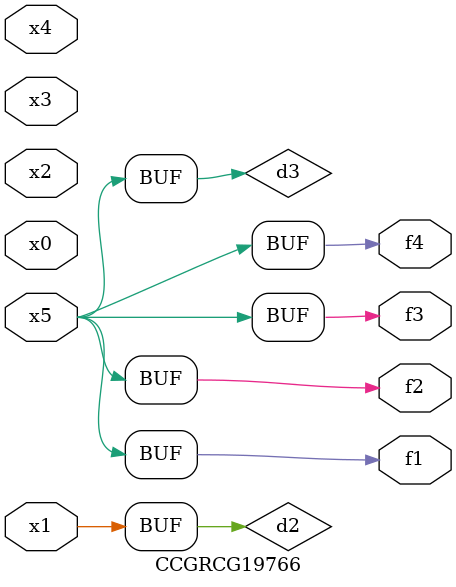
<source format=v>
module CCGRCG19766(
	input x0, x1, x2, x3, x4, x5,
	output f1, f2, f3, f4
);

	wire d1, d2, d3;

	not (d1, x5);
	or (d2, x1);
	xnor (d3, d1);
	assign f1 = d3;
	assign f2 = d3;
	assign f3 = d3;
	assign f4 = d3;
endmodule

</source>
